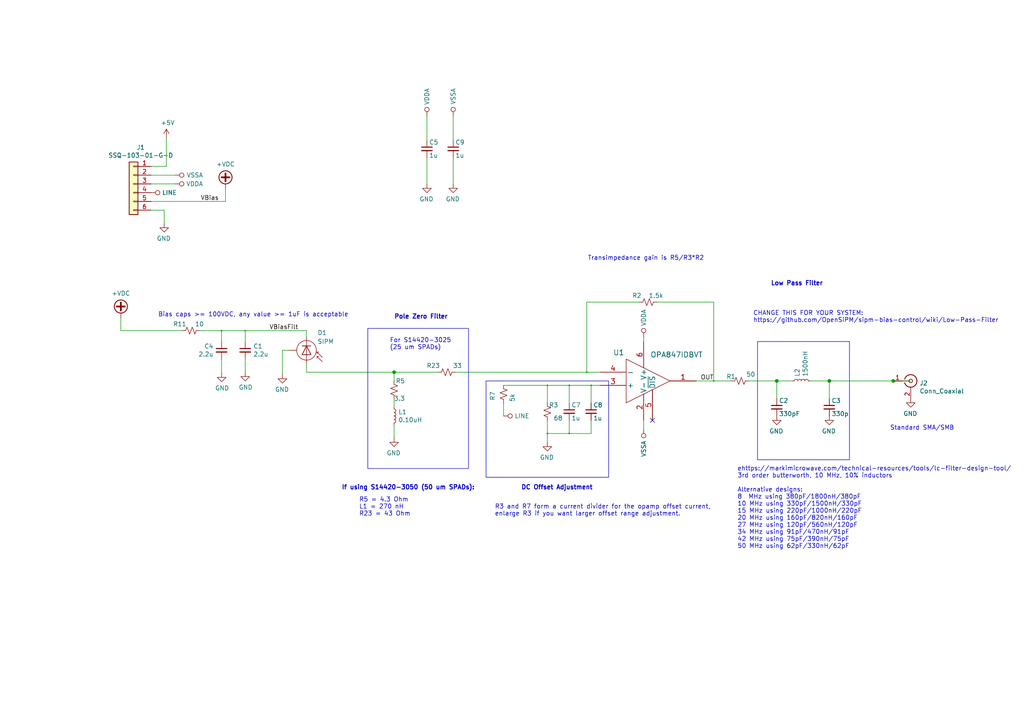
<source format=kicad_sch>
(kicad_sch (version 20250114) (generator "eeschema") (generator_version "9.0")
  (paper "A4")
  (lib_symbols
    (symbol "Connector:Conn_Coaxial" (pin_names (hide yes))
      (property "Reference" "J" (at 0.254 3.048 0))
      (property "Value" "Conn_Coaxial" (at 2.921 0 90))
      (symbol "Conn_Coaxial_0_1"
        (polyline (pts (xy -2.54 0) (xy -0.508 0)))
        (arc (start 1.778 0) (mid 0.222 -1.8079) (end -1.778 -0.508) (stroke (width 0.254)))
        (arc (start -1.778 0.508) (mid 0.2221 1.8084) (end 1.778 0) (stroke (width 0.254)))
        (circle (center 0 0) (radius 0.508) (stroke (width 0.2032)))
        (polyline (pts (xy 0 -2.54) (xy 0 -1.778)))
      )
      (symbol "Conn_Coaxial_1_1"
        (pin passive line (at -5.08 0 0) (length 2.54) (name "In") (number "1"))
        (pin passive line (at 0 -5.08 90) (length 2.54) (name "Ext") (number "2"))
      )
    )
    (symbol "Connector_Generic:Conn_01x06" (pin_names (hide yes))
      (property "Reference" "J" (at 0 7.62 0))
      (property "Value" "Conn_01x06" (at 0 -10.16 0))
      (symbol "Conn_01x06_1_1"
        (rectangle (start -1.27 6.35) (end 1.27 -8.89) (stroke (width 0.254)) (fill (type background)))
        (rectangle (start -1.27 5.207) (end 0 4.953) (stroke (width 0.1524)))
        (rectangle (start -1.27 2.667) (end 0 2.413) (stroke (width 0.1524)))
        (rectangle (start -1.27 0.127) (end 0 -0.127) (stroke (width 0.1524)))
        (rectangle (start -1.27 -2.413) (end 0 -2.667) (stroke (width 0.1524)))
        (rectangle (start -1.27 -4.953) (end 0 -5.207) (stroke (width 0.1524)))
        (rectangle (start -1.27 -7.493) (end 0 -7.747) (stroke (width 0.1524)))
        (pin passive line (at -5.08 5.08 0) (length 3.81) (name "Pin_1") (number "1"))
        (pin passive line (at -5.08 2.54 0) (length 3.81) (name "Pin_2") (number "2"))
        (pin passive line (at -5.08 0 0) (length 3.81) (name "Pin_3") (number "3"))
        (pin passive line (at -5.08 -2.54 0) (length 3.81) (name "Pin_4") (number "4"))
        (pin passive line (at -5.08 -5.08 0) (length 3.81) (name "Pin_5") (number "5"))
        (pin passive line (at -5.08 -7.62 0) (length 3.81) (name "Pin_6") (number "6"))
      )
    )
    (symbol "Device:C_Small" (pin_numbers (hide yes)) (pin_names (offset 0.254) (hide yes))
      (property "Reference" "C" (at 0.254 1.778 0))
      (property "Value" "C_Small" (at 0.254 -2.032 0))
      (symbol "C_Small_0_1"
        (polyline (pts (xy -1.524 0.508) (xy 1.524 0.508)) (stroke (width 0.3048)))
        (polyline (pts (xy -1.524 -0.508) (xy 1.524 -0.508)) (stroke (width 0.3302)))
      )
      (symbol "C_Small_1_1"
        (pin passive line (at 0 2.54 270) (length 2.032) (name "~") (number "1"))
        (pin passive line (at 0 -2.54 90) (length 2.032) (name "~") (number "2"))
      )
    )
    (symbol "Device:L_Small" (pin_numbers (hide yes)) (pin_names (offset 0.254) (hide yes))
      (property "Reference" "L" (at 0.762 1.016 0))
      (property "Value" "L_Small" (at 0.762 -1.016 0))
      (symbol "L_Small_0_1"
        (arc (start 0 2.032) (mid 0.5058 1.524) (end 0 1.016))
        (arc (start 0 1.016) (mid 0.5058 0.508) (end 0 0))
        (arc (start 0 0) (mid 0.5058 -0.508) (end 0 -1.016))
        (arc (start 0 -1.016) (mid 0.5058 -1.524) (end 0 -2.032))
      )
      (symbol "L_Small_1_1"
        (pin passive line (at 0 2.54 270) (length 0.508) (name "~") (number "1"))
        (pin passive line (at 0 -2.54 90) (length 0.508) (name "~") (number "2"))
      )
    )
    (symbol "Device:R_Small_US" (pin_numbers (hide yes)) (pin_names (offset 0.254) (hide yes))
      (property "Reference" "R" (at 0.762 0.508 0))
      (property "Value" "R_Small_US" (at 0.762 -1.016 0))
      (symbol "R_Small_US_1_1"
        (polyline (pts (xy 0 1.524) (xy 1.016 1.143) (xy 0 0.762) (xy -1.016 0.381) (xy 0 0)))
        (polyline (pts (xy 0 0) (xy 1.016 -0.381) (xy 0 -0.762) (xy -1.016 -1.143) (xy 0 -1.524)))
        (pin passive line (at 0 2.54 270) (length 1.016) (name "~") (number "1"))
        (pin passive line (at 0 -2.54 90) (length 1.016) (name "~") (number "2"))
      )
    )
    (symbol "Device:SIPM" (pin_numbers (hide yes)) (pin_names (hide yes))
      (property "Reference" "D" (at 1.778 3.048 0))
      (property "Value" "SIPM" (at 3.81 -2.54 0))
      (symbol "SIPM_0_1"
        (polyline (pts (xy -2.54 1.27) (xy -2.54 -1.27)) (stroke (width 0.2032)))
        (circle (center -1.27 0) (radius 2.8448))
        (polyline (pts (xy -0.762 3.048) (xy -0.254 3.048)))
        (polyline (pts (xy 0 0) (xy -2.54 0)))
        (polyline (pts (xy 0 -1.27) (xy 0 1.27) (xy -2.54 0) (xy 0 -1.27)) (stroke (width 0.2032)))
        (polyline (pts (xy 0.762 4.572) (xy -0.762 3.048) (xy -0.762 3.556)))
        (polyline (pts (xy 2.032 4.572) (xy 0.508 3.048) (xy 0.508 3.556) (xy 0.508 3.048) (xy 1.016 3.048)))
      )
      (symbol "SIPM_1_0"
        (pin passive line (at -1.27 -5.08 90) (length 2.1844) (name "CASE") (number "3"))
      )
      (symbol "SIPM_1_1"
        (pin passive line (at -5.08 0 0) (length 2.54) (name "K") (number "1"))
        (pin passive line (at 2.54 0 180) (length 2.54) (name "A") (number "2"))
      )
    )
    (symbol "OPA847:OPA847IDBVT" (pin_names (offset 0.254))
      (property "Reference" "U" (at 6.35 39.37 0))
      (property "Value" "OPA847IDBVT" (at 22.86 39.37 0))
      (symbol "OPA847IDBVT_1_0"
        (pin unspecified line (at 16.51 20.32 90) (length 8.89) (name "~{DIS}") (number "5"))
      )
      (symbol "OPA847IDBVT_1_1"
        (polyline (pts (xy 8.89 25.4) (xy 8.89 38.1) (xy 21.59 31.75) (xy 8.89 25.4)))
        (pin input line (at 1.27 34.29 0) (length 7.62) (name "-") (number "4"))
        (pin input line (at 1.27 30.48 0) (length 7.62) (name "+") (number "3"))
        (pin power_in line (at 13.97 43.18 270) (length 7.62) (name "V+") (number "6"))
        (pin power_in line (at 13.97 20.32 90) (length 7.62) (name "V-") (number "2"))
        (pin output line (at 29.21 31.75 180) (length 7.62) (name "~") (number "1"))
      )
    )
    (symbol "power:+5V" (power) (pin_names (offset 0))
      (property "Value" "+5V" (at 0 3.556 0))
      (symbol "+5V_0_1"
        (polyline (pts (xy -0.762 1.27) (xy 0 2.54)))
        (polyline (pts (xy 0 2.54) (xy 0.762 1.27)))
        (polyline (pts (xy 0 0) (xy 0 2.54)))
      )
      (symbol "+5V_1_1"
        (pin power_in line (at 0 0 90) (length 0) (hide yes) (name "+5V") (number "1"))
      )
    )
    (symbol "power:+VDC" (power) (pin_names (offset 0))
      (property "Value" "+VDC" (at 0 6.35 0))
      (symbol "+VDC_0_1"
        (polyline (pts (xy -1.143 3.175) (xy 1.143 3.175)) (stroke (width 0.508)))
        (circle (center 0 3.175) (radius 1.905) (stroke (width 0.254)))
        (polyline (pts (xy 0 2.032) (xy 0 4.318)) (stroke (width 0.508)))
        (polyline (pts (xy 0 0) (xy 0 1.27)))
      )
      (symbol "+VDC_1_1"
        (pin power_in line (at 0 0 90) (length 0) (hide yes) (name "+VDC") (number "1"))
      )
    )
    (symbol "power:GND" (power) (pin_names (offset 0))
      (property "Value" "GND" (at 0 -3.81 0))
      (symbol "GND_0_1"
        (polyline (pts (xy 0 0) (xy 0 -1.27) (xy 1.27 -1.27) (xy 0 -2.54) (xy -1.27 -1.27) (xy 0 -1.27)))
      )
      (symbol "GND_1_1"
        (pin power_in line (at 0 0 270) (length 0) (hide yes) (name "GND") (number "1"))
      )
    )
    (symbol "power:LINE" (power) (pin_names (offset 0))
      (property "Value" "LINE" (at 0 3.81 0))
      (symbol "LINE_0_1"
        (circle (center 0 1.905) (radius 0.635))
        (polyline (pts (xy 0 0) (xy 0 1.27)))
      )
      (symbol "LINE_1_1"
        (pin power_in line (at 0 0 90) (length 0) (hide yes) (name "LINE") (number "1"))
      )
    )
    (symbol "power:VDDA" (power) (pin_names (offset 0))
      (property "Value" "VDDA" (at 0 3.81 0))
      (symbol "VDDA_0_1"
        (circle (center 0 1.905) (radius 0.635))
        (polyline (pts (xy 0 0) (xy 0 1.27)))
      )
      (symbol "VDDA_1_1"
        (pin power_in line (at 0 0 90) (length 0) (hide yes) (name "VDDA") (number "1"))
      )
    )
    (symbol "power:VSSA" (power) (pin_names (offset 0))
      (property "Value" "VSSA" (at 0 3.81 0))
      (symbol "VSSA_0_1"
        (circle (center 0 1.905) (radius 0.635))
        (polyline (pts (xy 0 0) (xy 0 1.27)))
      )
      (symbol "VSSA_1_1"
        (pin power_in line (at 0 0 90) (length 0) (hide yes) (name "VSSA") (number "1"))
      )
    )
  )
  (rectangle (start 219.71 99.06) (end 246.38 133.35))
  (rectangle (start 140.97 110.49) (end 176.53 138.43))
  (rectangle (start 106.68 95.25) (end 135.89 135.89))
  (text "If using S14420-3050 (50 um SPADs):\n" (at 99.06 142.24 0) (effects (font (size 1.27 1.27) (thickness 0.254) (bold yes)) (justify left bottom)))
  (text "R5 = 4.3 Ohm\nL1 = 270 nH\nR23 = 43 Ohm" (at 104.14 149.86 0) (effects (font (size 1.27 1.27)) (justify left bottom)))
  (text "Bias caps >= 100VDC, any value >= 1uF is acceptable" (at 45.847 92.075 0) (effects (font (size 1.27 1.27)) (justify left bottom)))
  (text "R3 and R7 form a current divider for the opamp offset current, \nenlarge R3 if you want larger offset range adjustment." (at 143.51 149.86 0) (effects (font (size 1.27 1.27)) (justify left bottom)))
  (text "Pole Zero Filter" (at 114.3 92.71 0) (effects (font (size 1.27 1.27) (thickness 0.254) (bold yes)) (justify left bottom)))
  (text "For S14420-3025\n(25 um SPADs)" (at 113.03 101.6 0) (effects (font (size 1.27 1.27)) (justify left bottom)))
  (text "Standard SMA/SMB" (at 267.462 124.206 0) (effects (font (size 1.27 1.27))))
  (text "Low Pass Filter" (at 231.14 82.296 0) (effects (font (size 1.27 1.27) (thickness 0.254) (bold yes))))
  (text "CHANGE THIS FOR YOUR SYSTEM:\nhttps://github.com/OpenSiPM/sipm-bias-control/wiki/Low-Pass-Filter" (at 218.44 93.726 0) (effects (font (size 1.27 1.27)) (justify left bottom)))
  (text "Transimpedance gain is R5/R3*R2" (at 204.216 75.692 0) (effects (font (size 1.27 1.27)) (justify right bottom)))
  (text "DC Offset Adjustment" (at 151.13 142.24 0) (effects (font (size 1.27 1.27) (thickness 0.254) (bold yes)) (justify left bottom)))
  (text "ehttps://markimicrowave.com/technical-resources/tools/lc-filter-design-tool/\n3rd order butterworth, 10 MHz, 10% inductors\n\nAlternative designs:  \n8  MHz using 380pF/1800nH/380pF\n10 MHz using 330pF/1500nH/330pF\n15 MHz using 220pF/1000nH/220pF\n20 MHz using 160pF/820nH/160pF\n27 MHz using 120pF/560nH/120pF\n34 MHz using 91pF/470nH/91pF\n42 MHz using 75pF/390nH/75pF\n50 MHz using 62pF/330nH/62pF" (at 213.868 159.258 0) (effects (font (size 1.27 1.27)) (justify left bottom)))
  (junction (at 207.01 110.49) (diameter 0.3048))
  (junction (at 225.298 110.49))
  (junction (at 114.3 107.95))
  (junction (at 259.08 110.49))
  (junction (at 158.75 111.76) (diameter 0.3048))
  (junction (at 158.75 125.73) (diameter 0.3048))
  (junction (at 240.538 110.49))
  (junction (at 165.1 125.73) (diameter 0.3048))
  (junction (at 64.262 95.885) (diameter 0.3048))
  (junction (at 170.18 107.95) (diameter 0.3048))
  (junction (at 71.12 95.885) (diameter 0.3048))
  (junction (at 171.45 111.76) (diameter 0.3048))
  (junction (at 165.1 111.76) (diameter 0.3048))
  (no_connect (at 189.23 121.92))
  (wire (pts (xy 146.05 120.65) (xy 146.05 116.84)))
  (wire (pts (xy 158.75 125.73) (xy 165.1 125.73)))
  (wire (pts (xy 71.12 99.06) (xy 71.12 95.885)))
  (wire (pts (xy 88.9 107.95) (xy 114.3 107.95)))
  (wire (pts (xy 165.1 116.84) (xy 165.1 111.76)))
  (wire (pts (xy 43.815 48.26) (xy 48.26 48.26)))
  (wire (pts (xy 170.18 107.95) (xy 132.08 107.95)))
  (wire (pts (xy 158.75 121.92) (xy 158.75 125.73)))
  (wire (pts (xy 50.8 53.34) (xy 43.815 53.34)))
  (wire (pts (xy 48.26 48.26) (xy 48.26 40.005)))
  (wire (pts (xy 131.445 45.72) (xy 131.445 53.34)))
  (wire (pts (xy 81.915 101.6) (xy 81.915 108.585)))
  (wire (pts (xy 123.825 45.72) (xy 123.825 53.34)))
  (wire (pts (xy 170.18 107.95) (xy 173.99 107.95)))
  (wire (pts (xy 114.3 123.19) (xy 114.3 127)))
  (wire (pts (xy 225.298 110.49) (xy 225.298 115.57)))
  (wire (pts (xy 217.17 110.49) (xy 225.298 110.49)))
  (wire (pts (xy 35.052 95.885) (xy 52.832 95.885)))
  (wire (pts (xy 64.262 104.14) (xy 64.262 108.1786)))
  (wire (pts (xy 234.95 110.49) (xy 240.538 110.49)))
  (wire (pts (xy 190.5 87.63) (xy 207.01 87.63)))
  (wire (pts (xy 114.3 107.95) (xy 127 107.95)))
  (wire (pts (xy 64.262 95.885) (xy 71.12 95.885)))
  (wire (pts (xy 131.445 33.655) (xy 131.445 40.64)))
  (wire (pts (xy 207.01 87.63) (xy 207.01 110.49)))
  (wire (pts (xy 64.262 95.885) (xy 64.262 99.06)))
  (wire (pts (xy 64.262 108.1786) (xy 64.2874 108.1786)))
  (wire (pts (xy 158.75 111.76) (xy 165.1 111.76)))
  (wire (pts (xy 71.12 95.885) (xy 88.9 95.885)))
  (wire (pts (xy 264.16 110.49) (xy 259.08 110.49)))
  (wire (pts (xy 114.3 118.11) (xy 114.3 115.57)))
  (wire (pts (xy 158.75 116.84) (xy 158.75 111.76)))
  (wire (pts (xy 47.625 60.96) (xy 43.815 60.96)))
  (wire (pts (xy 50.8 50.8) (xy 43.815 50.8)))
  (wire (pts (xy 47.625 64.77) (xy 47.625 60.96)))
  (wire (pts (xy 170.18 87.63) (xy 185.42 87.63)))
  (wire (pts (xy 165.1 125.73) (xy 171.45 125.73)))
  (wire (pts (xy 83.82 101.6) (xy 81.915 101.6)))
  (wire (pts (xy 165.1 125.73) (xy 165.1 121.92)))
  (wire (pts (xy 171.45 111.76) (xy 173.99 111.76)))
  (wire (pts (xy 88.9 105.41) (xy 88.9 107.95)))
  (wire (pts (xy 240.538 110.49) (xy 259.08 110.49)))
  (wire (pts (xy 146.05 111.76) (xy 158.75 111.76)))
  (wire (pts (xy 170.18 87.63) (xy 170.18 107.95)))
  (wire (pts (xy 57.912 95.885) (xy 64.262 95.885)))
  (wire (pts (xy 158.75 125.73) (xy 158.75 128.27)))
  (wire (pts (xy 88.9 95.885) (xy 88.9 97.79)))
  (wire (pts (xy 186.69 99.06) (xy 186.69 97.79)))
  (wire (pts (xy 165.1 111.76) (xy 171.45 111.76)))
  (wire (pts (xy 171.45 125.73) (xy 171.45 121.92)))
  (wire (pts (xy 240.538 110.49) (xy 240.538 115.57)))
  (wire (pts (xy 186.69 124.46) (xy 186.69 121.92)))
  (wire (pts (xy 171.45 116.84) (xy 171.45 111.76)))
  (wire (pts (xy 225.298 110.49) (xy 229.87 110.49)))
  (wire (pts (xy 35.052 92.075) (xy 35.052 95.885)))
  (wire (pts (xy 123.825 33.655) (xy 123.825 40.64)))
  (wire (pts (xy 207.01 110.49) (xy 201.93 110.49)))
  (wire (pts (xy 114.3 110.49) (xy 114.3 107.95)))
  (wire (pts (xy 71.12 107.95) (xy 71.12 104.14)))
  (wire (pts (xy 65.405 54.61) (xy 65.405 58.42)))
  (wire (pts (xy 43.815 58.42) (xy 65.405 58.42)))
  (wire (pts (xy 207.01 110.49) (xy 212.09 110.49)))
  (label "VBias" (at 63.5 58.42 180))
  (label "OUT" (at 207.01 110.49 180))
  (label "VBiasFilt" (at 78.105 95.885 0))
  (symbol (lib_id "Connector_Generic:Conn_01x06") (at 38.735 53.34 0) (mirror y) (unit 1)
    (property "Reference" "J1" (at 40.8178 42.7482 0))
    (property "Value" "SSQ-103-01-G-D" (at 40.8178 45.0596 0))
    (property "Footprint" "footprints:PinHeader_2x03_P2.54mm_Vertical" (effects (hide yes)))
  )
  (symbol (lib_id "power:+5V") (at 48.26 40.005 0) (unit 1)
    (property "Reference" "#PWR0101" (effects (hide yes)))
    (property "Value" "+5V" (at 48.641 35.6108 0))
  )
  (symbol (lib_id "OPA847:OPA847IDBVT") (at 172.72 142.24 0) (unit 1)
    (property "Reference" "U1" (at 177.8 102.235 0) (effects (font (size 1.524 1.524)) (justify left)))
    (property "Value" "OPA847IDBVT" (at 188.595 102.87 0) (effects (font (size 1.524 1.524)) (justify left)))
    (property "Footprint" "footprints:OPA847IDBVT" (effects (hide yes)))
  )
  (symbol (lib_id "power:VDDA") (at 50.8 53.34 270) (mirror x) (unit 1)
    (property "Reference" "#PWR04" (effects (hide yes)))
    (property "Value" "VDDA" (at 53.975 53.34 90) (effects (justify left)))
  )
  (symbol (lib_id "power:VSSA") (at 50.8 50.8 270) (mirror x) (unit 1)
    (property "Reference" "#PWR03" (effects (hide yes)))
    (property "Value" "VSSA" (at 56.515 50.8 90))
  )
  (symbol (lib_id "power:GND") (at 47.625 64.77 0) (mirror y) (unit 1)
    (property "Reference" "#PWR01" (effects (hide yes)))
    (property "Value" "GND" (at 47.498 69.1642 0))
  )
  (symbol (lib_id "power:+VDC") (at 65.405 54.61 0) (mirror y) (unit 1)
    (property "Reference" "#PWR05" (effects (hide yes)))
    (property "Value" "+VDC" (at 65.405 47.625 0))
  )
  (symbol (lib_id "Device:SIPM") (at 88.9 102.87 270) (unit 1)
    (property "Reference" "D1" (at 92.075 96.52 90) (effects (justify left)))
    (property "Value" "SIPM" (at 92.075 99.06 90) (effects (justify left)))
    (property "Footprint" "footprints:S14420" (effects (hide yes)))
  )
  (symbol (lib_id "power:+VDC") (at 35.052 92.075 0) (unit 1)
    (property "Reference" "#PWR02" (effects (hide yes)))
    (property "Value" "+VDC" (at 35.052 85.09 0))
  )
  (symbol (lib_id "Device:R_Small_US") (at 55.372 95.885 90) (unit 1)
    (property "Reference" "R11" (at 54.102 93.98 90) (effects (justify left)))
    (property "Value" "10" (at 59.182 93.98 90) (effects (justify left)))
    (property "Footprint" "Resistor_SMD:R_0402_1005Metric_Pad0.72x0.64mm_HandSolder" (effects (hide yes)))
  )
  (symbol (lib_id "Device:C_Small") (at 71.12 101.6 0) (unit 1)
    (property "Reference" "C1" (at 73.4568 100.4316 0) (effects (justify left)))
    (property "Value" "2.2u" (at 73.457 102.743 0) (effects (justify left)))
    (property "Footprint" "Resistor_SMD:R_1206_3216Metric" (effects (hide yes)))
    (property "Voltage" "100V" (effects (hide yes)))
  )
  (symbol (lib_id "power:GND") (at 71.12 107.95 0) (unit 1)
    (property "Reference" "#PWR07" (effects (hide yes)))
    (property "Value" "GND" (at 71.247 112.3442 0))
  )
  (symbol (lib_id "power:GND") (at 81.915 108.585 0) (mirror y) (unit 1)
    (property "Reference" "#PWR012" (effects (hide yes)))
    (property "Value" "GND" (at 81.788 112.9792 0))
  )
  (symbol (lib_id "Device:R_Small_US") (at 187.96 87.63 90) (unit 1)
    (property "Reference" "R2" (at 186.055 85.725 90) (effects (justify left)))
    (property "Value" "1.5k" (at 192.405 85.725 90) (effects (justify left)))
    (property "Footprint" "Resistor_SMD:R_0402_1005Metric_Pad0.72x0.64mm_HandSolder" (effects (hide yes)))
  )
  (symbol (lib_id "power:VDDA") (at 186.69 97.79 0) (mirror y) (unit 1)
    (property "Reference" "#PWR016" (effects (hide yes)))
    (property "Value" "VDDA" (at 186.69 94.615 90) (effects (justify left)))
  )
  (symbol (lib_id "power:VSSA") (at 186.69 124.46 0) (mirror x) (unit 1)
    (property "Reference" "#PWR017" (effects (hide yes)))
    (property "Value" "VSSA" (at 186.69 130.175 90))
  )
  (symbol (lib_id "Device:C_Small") (at 131.445 43.18 0) (unit 1)
    (property "Reference" "C9" (at 132.08 41.275 0) (effects (justify left)))
    (property "Value" "1u" (at 132.08 45.085 0) (effects (justify left)))
    (property "Footprint" "Capacitor_SMD:C_0402_1005Metric" (effects (hide yes)))
    (property "Voltage" "10V" (effects (hide yes)))
  )
  (symbol (lib_id "power:VDDA") (at 123.825 33.655 0) (mirror y) (unit 1)
    (property "Reference" "#PWR014" (effects (hide yes)))
    (property "Value" "VDDA" (at 123.825 30.48 90) (effects (justify left)))
  )
  (symbol (lib_id "power:GND") (at 131.445 53.34 0) (mirror y) (unit 1)
    (property "Reference" "#PWR019" (effects (hide yes)))
    (property "Value" "GND" (at 131.318 57.7342 0))
  )
  (symbol (lib_id "Device:C_Small") (at 123.825 43.18 0) (unit 1)
    (property "Reference" "C5" (at 124.46 41.275 0) (effects (justify left)))
    (property "Value" "1u" (at 124.46 45.085 0) (effects (justify left)))
    (property "Footprint" "Capacitor_SMD:C_0402_1005Metric" (effects (hide yes)))
    (property "Voltage" "10V" (effects (hide yes)))
  )
  (symbol (lib_id "power:GND") (at 123.825 53.34 0) (mirror y) (unit 1)
    (property "Reference" "#PWR015" (effects (hide yes)))
    (property "Value" "GND" (at 123.698 57.7342 0))
  )
  (symbol (lib_id "Device:C_Small") (at 165.1 119.38 0) (unit 1)
    (property "Reference" "C7" (at 165.735 117.475 0) (effects (justify left)))
    (property "Value" "1u" (at 165.735 121.285 0) (effects (justify left)))
    (property "Footprint" "Capacitor_SMD:C_0402_1005Metric" (effects (hide yes)))
  )
  (symbol (lib_id "Device:C_Small") (at 171.45 119.38 0) (unit 1)
    (property "Reference" "C8" (at 172.085 117.475 0) (effects (justify left)))
    (property "Value" "1u" (at 172.085 121.285 0) (effects (justify left)))
    (property "Footprint" "Capacitor_SMD:C_0402_1005Metric" (effects (hide yes)))
  )
  (symbol (lib_id "Device:R_Small_US") (at 158.75 119.38 180) (unit 1)
    (property "Reference" "R3" (at 161.925 117.475 0) (effects (justify left)))
    (property "Value" "68" (at 163.195 121.285 0) (effects (justify left)))
    (property "Footprint" "Resistor_SMD:R_0402_1005Metric_Pad0.72x0.64mm_HandSolder" (effects (hide yes)))
  )
  (symbol (lib_id "power:GND") (at 158.75 128.27 0) (mirror y) (unit 1)
    (property "Reference" "#PWR013" (effects (hide yes)))
    (property "Value" "GND" (at 158.623 132.6642 0))
  )
  (symbol (lib_id "Device:L_Small") (at 114.3 120.65 0) (unit 1)
    (property "Reference" "L1" (at 115.5192 119.4816 0) (effects (justify left)))
    (property "Value" "0.10uH" (at 115.519 121.793 0) (effects (justify left)))
    (property "Footprint" "Inductor_SMD:L_0603_1608Metric_Pad1.05x0.95mm_HandSolder" (effects (hide yes)))
  )
  (symbol (lib_id "Device:R_Small_US") (at 129.54 107.95 90) (unit 1)
    (property "Reference" "R23" (at 127.635 106.045 90) (effects (justify left)))
    (property "Value" "33" (at 133.985 106.045 90) (effects (justify left)))
    (property "Footprint" "Resistor_SMD:R_0402_1005Metric_Pad0.72x0.64mm_HandSolder" (effects (hide yes)))
  )
  (symbol (lib_id "Device:R_Small_US") (at 114.3 113.03 180) (unit 1)
    (property "Reference" "R5" (at 117.475 110.49 0) (effects (justify left)))
    (property "Value" "3.3" (at 117.475 115.57 0) (effects (justify left)))
    (property "Footprint" "Resistor_SMD:R_0402_1005Metric_Pad0.72x0.64mm_HandSolder" (effects (hide yes)))
  )
  (symbol (lib_id "power:GND") (at 114.3 127 0) (mirror y) (unit 1)
    (property "Reference" "#PWR020" (effects (hide yes)))
    (property "Value" "GND" (at 114.173 131.3942 0))
  )
  (symbol (lib_id "power:VSSA") (at 131.445 33.655 0) (mirror y) (unit 1)
    (property "Reference" "#PWR018" (effects (hide yes)))
    (property "Value" "VSSA" (at 131.445 27.94 90))
  )
  (symbol (lib_id "power:GND") (at 264.16 115.57 0) (mirror y) (unit 1)
    (property "Reference" "#PWR028" (effects (hide yes)))
    (property "Value" "GND" (at 264.033 119.9642 0))
  )
  (symbol (lib_id "Device:R_Small_US") (at 214.63 110.49 90) (unit 1)
    (property "Reference" "R1" (at 213.36 109.22 90) (effects (justify left)))
    (property "Value" "50" (at 219.075 108.585 90) (effects (justify left)))
    (property "Footprint" "Resistor_SMD:R_0402_1005Metric_Pad0.72x0.64mm_HandSolder" (effects (hide yes)))
  )
  (symbol (lib_id "Device:R_Small_US") (at 146.05 114.3 0) (unit 1)
    (property "Reference" "R7" (at 142.875 116.205 90) (effects (justify left)))
    (property "Value" "5k" (at 148.59 116.586 90) (effects (justify left)))
    (property "Footprint" "Resistor_SMD:R_0402_1005Metric_Pad0.72x0.64mm_HandSolder" (effects (hide yes)))
  )
  (symbol (lib_id "Connector:Conn_Coaxial") (at 264.16 110.49 0) (unit 1)
    (property "Reference" "J2" (at 266.7 111.125 0) (effects (justify left)))
    (property "Value" "Conn_Coaxial" (at 266.7 113.4364 0) (effects (justify left)))
    (property "Footprint" "Connector_Coaxial:SMB_Jack_Vertical" (effects (hide yes)))
    (property "Datasheet" " ~" (effects (hide yes)))
    (property "Digikey" "WM5528-ND" (effects (hide yes)))
  )
  (symbol (lib_id "power:LINE") (at 43.815 55.88 270) (mirror x) (unit 1)
    (property "Reference" "#PWR0103" (effects (hide yes)))
    (property "Value" "LINE" (at 46.99 55.88 90) (effects (justify left)))
  )
  (symbol (lib_id "power:LINE") (at 146.05 120.65 270) (mirror x) (unit 1)
    (property "Reference" "#PWR0104" (effects (hide yes)))
    (property "Value" "LINE" (at 149.225 120.65 90) (effects (justify left)))
  )
  (symbol (lib_id "Device:L_Small") (at 232.41 110.49 90) (unit 1)
    (property "Reference" "L2" (at 231.2416 109.2708 0) (effects (justify left)))
    (property "Value" "1500nH" (at 233.553 109.271 0) (effects (justify left)))
    (property "Footprint" "Inductor_SMD:L_0402_1005Metric" (effects (hide yes)))
    (property "part" "MLF1005GR56JTD25" (effects (hide yes)))
  )
  (symbol (lib_id "Device:C_Small") (at 225.298 118.11 0) (unit 1)
    (property "Reference" "C2" (at 225.933 116.205 0) (effects (justify left)))
    (property "Value" "330pF" (at 225.933 120.015 0) (effects (justify left)))
    (property "Footprint" "Capacitor_SMD:C_0402_1005Metric" (effects (hide yes)))
  )
  (symbol (lib_id "power:GND") (at 225.298 120.65 0) (mirror y) (unit 1)
    (property "Reference" "#PWR0106" (effects (hide yes)))
    (property "Value" "GND" (at 225.171 125.0442 0))
  )
  (symbol (lib_id "Device:C_Small") (at 64.262 101.6 0) (mirror y) (unit 1)
    (property "Reference" "C4" (at 61.9252 100.4316 0) (effects (justify left)))
    (property "Value" "2.2u" (at 61.925 102.743 0) (effects (justify left)))
    (property "Footprint" "Resistor_SMD:R_1206_3216Metric" (effects (hide yes)))
    (property "Voltage" "100V" (effects (hide yes)))
  )
  (symbol (lib_id "power:GND") (at 240.538 120.65 0) (mirror y) (unit 1)
    (property "Reference" "#PWR0105" (effects (hide yes)))
    (property "Value" "GND" (at 240.411 125.0442 0))
  )
  (symbol (lib_id "power:GND") (at 64.2874 108.1786 0) (unit 1)
    (property "Reference" "#PWR0102" (effects (hide yes)))
    (property "Value" "GND" (at 64.4144 112.5728 0))
  )
  (symbol (lib_id "Device:C_Small") (at 240.538 118.11 0) (unit 1)
    (property "Reference" "C3" (at 241.173 116.205 0) (effects (justify left)))
    (property "Value" "330p" (at 241.173 120.015 0) (effects (justify left)))
    (property "Footprint" "Capacitor_SMD:C_0402_1005Metric" (effects (hide yes)))
  )
)
</source>
